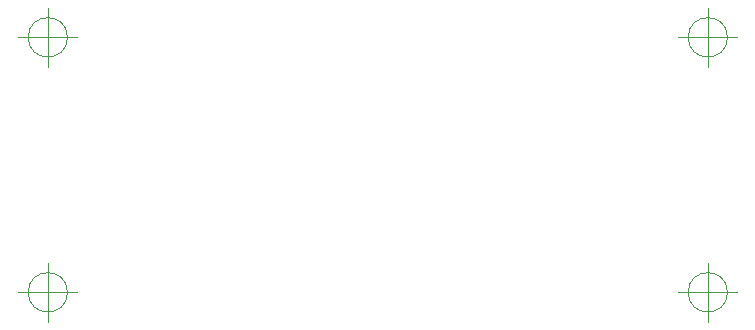
<source format=gbr>
G04 #@! TF.GenerationSoftware,KiCad,Pcbnew,(5.1.5)-3*
G04 #@! TF.CreationDate,2021-01-21T12:24:36+00:00*
G04 #@! TF.ProjectId,KiCadSoil3,4b694361-6453-46f6-996c-332e6b696361,1.0*
G04 #@! TF.SameCoordinates,PX1360f0PY1496ff0*
G04 #@! TF.FileFunction,Profile,NP*
%FSLAX46Y46*%
G04 Gerber Fmt 4.6, Leading zero omitted, Abs format (unit mm)*
G04 Created by KiCad (PCBNEW (5.1.5)-3) date 2021-01-21 12:24:36*
%MOMM*%
%LPD*%
G04 APERTURE LIST*
%ADD10C,0.050000*%
G04 APERTURE END LIST*
D10*
X1666666Y21590000D02*
G75*
G03X1666666Y21590000I-1666666J0D01*
G01*
X-2500000Y21590000D02*
X2500000Y21590000D01*
X0Y24090000D02*
X0Y19090000D01*
X1666666Y0D02*
G75*
G03X1666666Y0I-1666666J0D01*
G01*
X-2500000Y0D02*
X2500000Y0D01*
X0Y2500000D02*
X0Y-2500000D01*
X57546666Y0D02*
G75*
G03X57546666Y0I-1666666J0D01*
G01*
X53380000Y0D02*
X58380000Y0D01*
X55880000Y2500000D02*
X55880000Y-2500000D01*
X57546666Y21590000D02*
G75*
G03X57546666Y21590000I-1666666J0D01*
G01*
X53380000Y21590000D02*
X58380000Y21590000D01*
X55880000Y24090000D02*
X55880000Y19090000D01*
M02*

</source>
